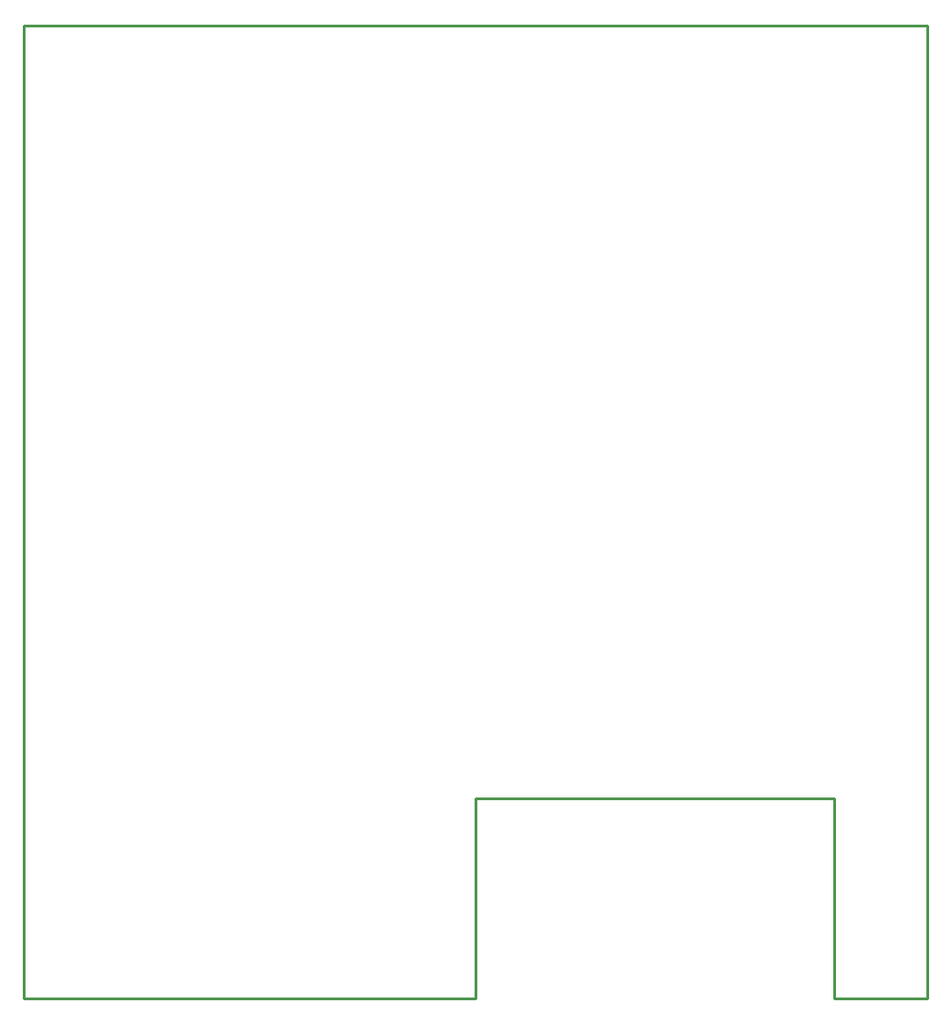
<source format=gbr>
G04 start of page 4 for group 2 idx 4 *
G04 Title: (unknown), outline *
G04 Creator: pcb 4.0.2 *
G04 CreationDate: Sun Aug  9 18:55:02 2020 UTC *
G04 For: kevin *
G04 Format: Gerber/RS-274X *
G04 PCB-Dimensions (mil): 3300.00 3550.00 *
G04 PCB-Coordinate-Origin: lower left *
%MOIN*%
%FSLAX25Y25*%
%LNOUTLINE*%
%ADD40C,0.0100*%
G54D40*X330000Y0D02*Y355000D01*
Y0D02*X296000D01*
X0D02*X165000D01*
X296000D02*Y73000D01*
X165000D01*
Y0D01*
X0Y355000D02*Y0D01*
X330000Y355000D02*X0D01*
M02*

</source>
